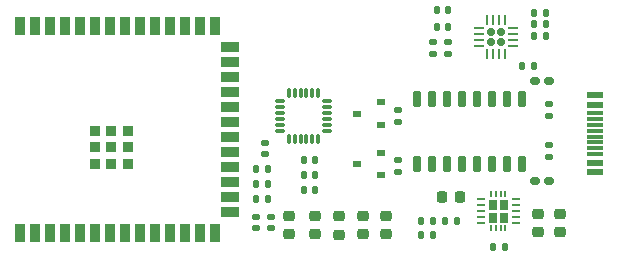
<source format=gbr>
%TF.GenerationSoftware,KiCad,Pcbnew,9.0.2*%
%TF.CreationDate,2025-11-07T15:55:12+08:00*%
%TF.ProjectId,TrlBoard,54726c42-6f61-4726-942e-6b696361645f,rev?*%
%TF.SameCoordinates,Original*%
%TF.FileFunction,Paste,Top*%
%TF.FilePolarity,Positive*%
%FSLAX46Y46*%
G04 Gerber Fmt 4.6, Leading zero omitted, Abs format (unit mm)*
G04 Created by KiCad (PCBNEW 9.0.2) date 2025-11-07 15:55:12*
%MOMM*%
%LPD*%
G01*
G04 APERTURE LIST*
G04 Aperture macros list*
%AMRoundRect*
0 Rectangle with rounded corners*
0 $1 Rounding radius*
0 $2 $3 $4 $5 $6 $7 $8 $9 X,Y pos of 4 corners*
0 Add a 4 corners polygon primitive as box body*
4,1,4,$2,$3,$4,$5,$6,$7,$8,$9,$2,$3,0*
0 Add four circle primitives for the rounded corners*
1,1,$1+$1,$2,$3*
1,1,$1+$1,$4,$5*
1,1,$1+$1,$6,$7*
1,1,$1+$1,$8,$9*
0 Add four rect primitives between the rounded corners*
20,1,$1+$1,$2,$3,$4,$5,0*
20,1,$1+$1,$4,$5,$6,$7,0*
20,1,$1+$1,$6,$7,$8,$9,0*
20,1,$1+$1,$8,$9,$2,$3,0*%
G04 Aperture macros list end*
%ADD10RoundRect,0.225000X0.250000X-0.225000X0.250000X0.225000X-0.250000X0.225000X-0.250000X-0.225000X0*%
%ADD11RoundRect,0.140000X0.140000X0.170000X-0.140000X0.170000X-0.140000X-0.170000X0.140000X-0.170000X0*%
%ADD12RoundRect,0.140000X-0.170000X0.140000X-0.170000X-0.140000X0.170000X-0.140000X0.170000X0.140000X0*%
%ADD13R,0.900000X0.900000*%
%ADD14R,0.900000X1.500000*%
%ADD15R,1.500000X0.900000*%
%ADD16RoundRect,0.135000X0.185000X-0.135000X0.185000X0.135000X-0.185000X0.135000X-0.185000X-0.135000X0*%
%ADD17RoundRect,0.225000X0.225000X0.250000X-0.225000X0.250000X-0.225000X-0.250000X0.225000X-0.250000X0*%
%ADD18RoundRect,0.135000X0.135000X0.185000X-0.135000X0.185000X-0.135000X-0.185000X0.135000X-0.185000X0*%
%ADD19RoundRect,0.225000X-0.250000X0.225000X-0.250000X-0.225000X0.250000X-0.225000X0.250000X0.225000X0*%
%ADD20RoundRect,0.077500X-0.232500X0.577500X-0.232500X-0.577500X0.232500X-0.577500X0.232500X0.577500X0*%
%ADD21R,1.450000X0.600000*%
%ADD22R,1.450000X0.300000*%
%ADD23R,0.800000X0.600000*%
%ADD24RoundRect,0.135000X-0.185000X0.135000X-0.185000X-0.135000X0.185000X-0.135000X0.185000X0.135000X0*%
%ADD25RoundRect,0.135000X-0.135000X-0.185000X0.135000X-0.185000X0.135000X0.185000X-0.135000X0.185000X0*%
%ADD26RoundRect,0.075000X-0.075000X0.350000X-0.075000X-0.350000X0.075000X-0.350000X0.075000X0.350000X0*%
%ADD27RoundRect,0.075000X-0.350000X-0.075000X0.350000X-0.075000X0.350000X0.075000X-0.350000X0.075000X0*%
%ADD28RoundRect,0.160000X-0.160000X0.160000X-0.160000X-0.160000X0.160000X-0.160000X0.160000X0.160000X0*%
%ADD29RoundRect,0.062500X-0.062500X0.375000X-0.062500X-0.375000X0.062500X-0.375000X0.062500X0.375000X0*%
%ADD30RoundRect,0.062500X-0.375000X0.062500X-0.375000X-0.062500X0.375000X-0.062500X0.375000X0.062500X0*%
%ADD31RoundRect,0.160000X-0.222500X-0.160000X0.222500X-0.160000X0.222500X0.160000X-0.222500X0.160000X0*%
%ADD32R,0.230000X0.230000*%
%ADD33O,0.800000X0.230000*%
%ADD34R,0.230000X0.600000*%
%ADD35R,0.150000X0.600000*%
%ADD36R,0.650000X0.900000*%
%ADD37RoundRect,0.147500X-0.147500X-0.172500X0.147500X-0.172500X0.147500X0.172500X-0.147500X0.172500X0*%
G04 APERTURE END LIST*
D10*
%TO.C,C9*%
X164750000Y-82525000D03*
X164750000Y-80975000D03*
%TD*%
D11*
%TO.C,C4*%
X172000000Y-63501000D03*
X171040000Y-63501000D03*
%TD*%
%TO.C,C12*%
X171980000Y-65001000D03*
X171020000Y-65001000D03*
%TD*%
D12*
%TO.C,C14*%
X155750000Y-81020000D03*
X155750000Y-81980000D03*
%TD*%
D13*
%TO.C,U2*%
X142070000Y-76540000D03*
X143470000Y-76540000D03*
X144870000Y-76540000D03*
X142070000Y-75140000D03*
X143470000Y-75140000D03*
X144870000Y-75140000D03*
X142070000Y-73740000D03*
X143470000Y-73740000D03*
X144870000Y-73740000D03*
D14*
X135750000Y-82390000D03*
X137020000Y-82390000D03*
X138290000Y-82390000D03*
X139560000Y-82390000D03*
X140830000Y-82390000D03*
X142100000Y-82390000D03*
X143370000Y-82390000D03*
X144640000Y-82390000D03*
X145910000Y-82390000D03*
X147180000Y-82390000D03*
X148450000Y-82390000D03*
X149720000Y-82390000D03*
X150990000Y-82390000D03*
X152260000Y-82390000D03*
D15*
X153510000Y-80625000D03*
X153510000Y-79355000D03*
X153510000Y-78085000D03*
X153510000Y-76815000D03*
X153510000Y-75545000D03*
X153510000Y-74275000D03*
X153510000Y-73005000D03*
X153510000Y-71735000D03*
X153510000Y-70465000D03*
X153510000Y-69195000D03*
X153510000Y-67925000D03*
X153510000Y-66655000D03*
D14*
X152260000Y-64890000D03*
X150990000Y-64890000D03*
X149720000Y-64890000D03*
X148450000Y-64890000D03*
X147180000Y-64890000D03*
X145910000Y-64890000D03*
X144640000Y-64890000D03*
X143370000Y-64890000D03*
X142100000Y-64890000D03*
X140830000Y-64890000D03*
X139560000Y-64890000D03*
X138290000Y-64890000D03*
X137020000Y-64890000D03*
X135750000Y-64890000D03*
%TD*%
D16*
%TO.C,R13*%
X167770000Y-73011000D03*
X167770000Y-71991000D03*
%TD*%
D12*
%TO.C,C17*%
X156500000Y-74750000D03*
X156500000Y-75710000D03*
%TD*%
D17*
%TO.C,C8*%
X173025000Y-79351000D03*
X171475000Y-79351000D03*
%TD*%
D18*
%TO.C,R15*%
X156760000Y-77000000D03*
X155740000Y-77000000D03*
%TD*%
D19*
%TO.C,C2*%
X158500000Y-80975000D03*
X158500000Y-82525000D03*
%TD*%
%TO.C,C5*%
X179625000Y-80801000D03*
X179625000Y-82351000D03*
%TD*%
D11*
%TO.C,C16*%
X160730000Y-77500000D03*
X159770000Y-77500000D03*
%TD*%
D19*
%TO.C,C7*%
X166750000Y-80950000D03*
X166750000Y-82500000D03*
%TD*%
D20*
%TO.C,U4*%
X178215000Y-71041000D03*
X176945000Y-71041000D03*
X175675000Y-71041000D03*
X174405000Y-71041000D03*
X173135000Y-71041000D03*
X171865000Y-71041000D03*
X170595000Y-71041000D03*
X169325000Y-71041000D03*
X169325000Y-76541000D03*
X170595000Y-76541000D03*
X171865000Y-76541000D03*
X173135000Y-76541000D03*
X174405000Y-76541000D03*
X175675000Y-76541000D03*
X176945000Y-76541000D03*
X178215000Y-76541000D03*
%TD*%
D11*
%TO.C,C18*%
X160730000Y-76250000D03*
X159770000Y-76250000D03*
%TD*%
D21*
%TO.C,J5*%
X184405000Y-77241000D03*
X184405000Y-76441000D03*
D22*
X184405000Y-75241000D03*
X184405000Y-74241000D03*
X184405000Y-73741000D03*
X184405000Y-72741000D03*
D21*
X184405000Y-71541000D03*
X184405000Y-70741000D03*
X184405000Y-70741000D03*
X184405000Y-71541000D03*
D22*
X184405000Y-72241000D03*
X184405000Y-73241000D03*
X184405000Y-74741000D03*
X184405000Y-75741000D03*
D21*
X184405000Y-76441000D03*
X184405000Y-77241000D03*
%TD*%
D23*
%TO.C,Q2*%
X166270000Y-73251000D03*
X166270000Y-71351000D03*
X164250000Y-72301000D03*
%TD*%
D10*
%TO.C,C10*%
X162750000Y-82535000D03*
X162750000Y-80985000D03*
%TD*%
D23*
%TO.C,Q1*%
X166270000Y-77501000D03*
X166270000Y-75601000D03*
X164250000Y-76551000D03*
%TD*%
D18*
%TO.C,R11*%
X156760000Y-79500000D03*
X155740000Y-79500000D03*
%TD*%
D24*
%TO.C,R12*%
X167770000Y-76241000D03*
X167770000Y-77261000D03*
%TD*%
D18*
%TO.C,R1*%
X170750000Y-81351000D03*
X169730000Y-81351000D03*
%TD*%
D25*
%TO.C,R4*%
X179240000Y-63750000D03*
X180260000Y-63750000D03*
%TD*%
D24*
%TO.C,R9*%
X180500000Y-74991000D03*
X180500000Y-76011000D03*
%TD*%
D16*
%TO.C,R8*%
X170750000Y-67261000D03*
X170750000Y-66241000D03*
%TD*%
%TO.C,R7*%
X172000000Y-67261000D03*
X172000000Y-66241000D03*
%TD*%
D25*
%TO.C,R2*%
X171740000Y-81351000D03*
X172760000Y-81351000D03*
%TD*%
D18*
%TO.C,R6*%
X180260000Y-64750000D03*
X179240000Y-64750000D03*
%TD*%
D26*
%TO.C,U5*%
X161000000Y-70550000D03*
X160500000Y-70550000D03*
X160000000Y-70550000D03*
X159500000Y-70550000D03*
X159000000Y-70550000D03*
X158500000Y-70550000D03*
D27*
X157800000Y-71250000D03*
X157800000Y-71750000D03*
X157800000Y-72250000D03*
X157800000Y-72750000D03*
X157800000Y-73250000D03*
X157800000Y-73750000D03*
D26*
X158500000Y-74450000D03*
X159000000Y-74450000D03*
X159500000Y-74450000D03*
X160000000Y-74450000D03*
X160500000Y-74450000D03*
X161000000Y-74450000D03*
D27*
X161700000Y-73750000D03*
X161700000Y-73250000D03*
X161700000Y-72750000D03*
X161700000Y-72250000D03*
X161700000Y-71750000D03*
X161700000Y-71250000D03*
%TD*%
D11*
%TO.C,C3*%
X180250000Y-65751000D03*
X179290000Y-65751000D03*
%TD*%
%TO.C,C15*%
X160730000Y-78750000D03*
X159770000Y-78750000D03*
%TD*%
D10*
%TO.C,C11*%
X160750000Y-82525000D03*
X160750000Y-80975000D03*
%TD*%
D16*
%TO.C,R10*%
X180500000Y-72521000D03*
X180500000Y-71501000D03*
%TD*%
D28*
%TO.C,U1*%
X176460000Y-65413500D03*
X175660000Y-65413500D03*
X176460000Y-66213500D03*
X175660000Y-66213500D03*
D29*
X176810000Y-64376000D03*
X176310000Y-64376000D03*
X175810000Y-64376000D03*
X175310000Y-64376000D03*
D30*
X174622500Y-65063500D03*
X174622500Y-65563500D03*
X174622500Y-66063500D03*
X174622500Y-66563500D03*
D29*
X175310000Y-67251000D03*
X175810000Y-67251000D03*
X176310000Y-67251000D03*
X176810000Y-67251000D03*
D30*
X177497500Y-66563500D03*
X177497500Y-66063500D03*
X177497500Y-65563500D03*
X177497500Y-65063500D03*
%TD*%
D31*
%TO.C,D2*%
X179355000Y-69501000D03*
X180500000Y-69501000D03*
%TD*%
%TO.C,D1*%
X179355000Y-78001000D03*
X180500000Y-78001000D03*
%TD*%
D18*
%TO.C,R5*%
X179260000Y-68251000D03*
X178240000Y-68251000D03*
%TD*%
%TO.C,R14*%
X156760000Y-78250000D03*
X155740000Y-78250000D03*
%TD*%
%TO.C,R3*%
X170750000Y-82601000D03*
X169730000Y-82601000D03*
%TD*%
D32*
%TO.C,U3*%
X178010000Y-81561000D03*
D33*
X177725000Y-81561000D03*
D32*
X178010000Y-81061000D03*
D33*
X177725000Y-81061000D03*
D32*
X178010000Y-80561000D03*
D33*
X177725000Y-80561000D03*
D32*
X178010000Y-80061000D03*
D33*
X177725000Y-80061000D03*
D32*
X178010000Y-79561000D03*
D33*
X177725000Y-79561000D03*
X174775000Y-79561000D03*
D32*
X174490000Y-79561000D03*
D33*
X174775000Y-80061000D03*
D32*
X174490000Y-80061000D03*
D33*
X174775000Y-80561000D03*
D32*
X174490000Y-80561000D03*
D33*
X174775000Y-81061000D03*
D32*
X174490000Y-81061000D03*
D33*
X174775000Y-81561000D03*
D32*
X174490000Y-81561000D03*
D34*
X176850000Y-81986000D03*
D35*
X176850000Y-81986000D03*
D34*
X176850000Y-79136000D03*
D35*
X176850000Y-79136000D03*
D36*
X176685000Y-81121000D03*
X176685000Y-80001000D03*
D34*
X176450000Y-81986000D03*
D35*
X176450000Y-81986000D03*
D34*
X176450000Y-79136000D03*
D35*
X176450000Y-79136000D03*
D34*
X176050000Y-81986000D03*
D35*
X176050000Y-81986000D03*
D34*
X176050000Y-79136000D03*
D35*
X176050000Y-79136000D03*
D36*
X175815000Y-81121000D03*
X175815000Y-80001000D03*
D34*
X175650000Y-81986000D03*
D35*
X175650000Y-81986000D03*
D34*
X175650000Y-79136000D03*
D35*
X175650000Y-79136000D03*
%TD*%
D12*
%TO.C,C1*%
X157000000Y-81020000D03*
X157000000Y-81980000D03*
%TD*%
D37*
%TO.C,L1*%
X175800000Y-83601000D03*
X176770000Y-83601000D03*
%TD*%
D19*
%TO.C,C6*%
X181500000Y-80801000D03*
X181500000Y-82351000D03*
%TD*%
M02*

</source>
